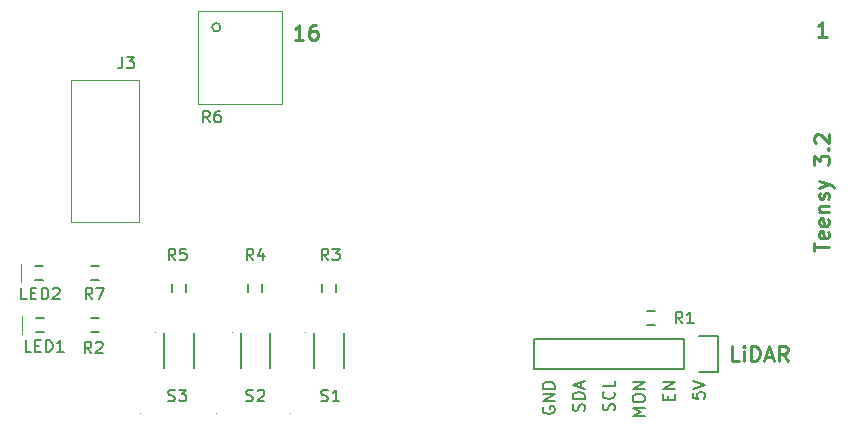
<source format=gto>
G04 #@! TF.FileFunction,Legend,Top*
%FSLAX46Y46*%
G04 Gerber Fmt 4.6, Leading zero omitted, Abs format (unit mm)*
G04 Created by KiCad (PCBNEW 4.0.1-3.201512221402+6198~38~ubuntu14.04.1-stable) date Sat 13 Aug 2016 05:43:18 PM PDT*
%MOMM*%
G01*
G04 APERTURE LIST*
%ADD10C,0.100000*%
%ADD11C,0.254000*%
%ADD12C,0.203200*%
%ADD13C,0.150000*%
%ADD14C,0.050000*%
%ADD15C,0.101600*%
%ADD16C,0.200000*%
G04 APERTURE END LIST*
D10*
D11*
X128282095Y-100650524D02*
X127556381Y-100650524D01*
X127919238Y-100650524D02*
X127919238Y-99380524D01*
X127798286Y-99561952D01*
X127677333Y-99682905D01*
X127556381Y-99743381D01*
X129370667Y-99380524D02*
X129128762Y-99380524D01*
X129007810Y-99441000D01*
X128947333Y-99501476D01*
X128826381Y-99682905D01*
X128765905Y-99924810D01*
X128765905Y-100408619D01*
X128826381Y-100529571D01*
X128886857Y-100590048D01*
X129007810Y-100650524D01*
X129249714Y-100650524D01*
X129370667Y-100590048D01*
X129431143Y-100529571D01*
X129491619Y-100408619D01*
X129491619Y-100106238D01*
X129431143Y-99985286D01*
X129370667Y-99924810D01*
X129249714Y-99864333D01*
X129007810Y-99864333D01*
X128886857Y-99924810D01*
X128826381Y-99985286D01*
X128765905Y-100106238D01*
X172574857Y-100396524D02*
X171849143Y-100396524D01*
X172212000Y-100396524D02*
X172212000Y-99126524D01*
X172091048Y-99307952D01*
X171970095Y-99428905D01*
X171849143Y-99489381D01*
X171516524Y-118557524D02*
X171516524Y-117831809D01*
X172786524Y-118194666D02*
X171516524Y-118194666D01*
X172726048Y-116924667D02*
X172786524Y-117045619D01*
X172786524Y-117287524D01*
X172726048Y-117408476D01*
X172605095Y-117468952D01*
X172121286Y-117468952D01*
X172000333Y-117408476D01*
X171939857Y-117287524D01*
X171939857Y-117045619D01*
X172000333Y-116924667D01*
X172121286Y-116864190D01*
X172242238Y-116864190D01*
X172363190Y-117468952D01*
X172726048Y-115836096D02*
X172786524Y-115957048D01*
X172786524Y-116198953D01*
X172726048Y-116319905D01*
X172605095Y-116380381D01*
X172121286Y-116380381D01*
X172000333Y-116319905D01*
X171939857Y-116198953D01*
X171939857Y-115957048D01*
X172000333Y-115836096D01*
X172121286Y-115775619D01*
X172242238Y-115775619D01*
X172363190Y-116380381D01*
X171939857Y-115231334D02*
X172786524Y-115231334D01*
X172060810Y-115231334D02*
X172000333Y-115170858D01*
X171939857Y-115049905D01*
X171939857Y-114868477D01*
X172000333Y-114747525D01*
X172121286Y-114687048D01*
X172786524Y-114687048D01*
X172726048Y-114142762D02*
X172786524Y-114021810D01*
X172786524Y-113779905D01*
X172726048Y-113658953D01*
X172605095Y-113598477D01*
X172544619Y-113598477D01*
X172423667Y-113658953D01*
X172363190Y-113779905D01*
X172363190Y-113961334D01*
X172302714Y-114082286D01*
X172181762Y-114142762D01*
X172121286Y-114142762D01*
X172000333Y-114082286D01*
X171939857Y-113961334D01*
X171939857Y-113779905D01*
X172000333Y-113658953D01*
X171939857Y-113175143D02*
X172786524Y-112872762D01*
X171939857Y-112570382D02*
X172786524Y-112872762D01*
X173088905Y-112993715D01*
X173149381Y-113054191D01*
X173209857Y-113175143D01*
X171516524Y-111239905D02*
X171516524Y-110453715D01*
X172000333Y-110877048D01*
X172000333Y-110695620D01*
X172060810Y-110574667D01*
X172121286Y-110514191D01*
X172242238Y-110453715D01*
X172544619Y-110453715D01*
X172665571Y-110514191D01*
X172726048Y-110574667D01*
X172786524Y-110695620D01*
X172786524Y-111058477D01*
X172726048Y-111179429D01*
X172665571Y-111239905D01*
X172665571Y-109909429D02*
X172726048Y-109848953D01*
X172786524Y-109909429D01*
X172726048Y-109969905D01*
X172665571Y-109909429D01*
X172786524Y-109909429D01*
X171637476Y-109365143D02*
X171577000Y-109304667D01*
X171516524Y-109183715D01*
X171516524Y-108881334D01*
X171577000Y-108760381D01*
X171637476Y-108699905D01*
X171758429Y-108639429D01*
X171879381Y-108639429D01*
X172060810Y-108699905D01*
X172786524Y-109425619D01*
X172786524Y-108639429D01*
X165154429Y-127828524D02*
X164549667Y-127828524D01*
X164549667Y-126558524D01*
X165577762Y-127828524D02*
X165577762Y-126981857D01*
X165577762Y-126558524D02*
X165517286Y-126619000D01*
X165577762Y-126679476D01*
X165638238Y-126619000D01*
X165577762Y-126558524D01*
X165577762Y-126679476D01*
X166182524Y-127828524D02*
X166182524Y-126558524D01*
X166484905Y-126558524D01*
X166666333Y-126619000D01*
X166787286Y-126739952D01*
X166847762Y-126860905D01*
X166908238Y-127102810D01*
X166908238Y-127284238D01*
X166847762Y-127526143D01*
X166787286Y-127647095D01*
X166666333Y-127768048D01*
X166484905Y-127828524D01*
X166182524Y-127828524D01*
X167392048Y-127465667D02*
X167996810Y-127465667D01*
X167271095Y-127828524D02*
X167694429Y-126558524D01*
X168117762Y-127828524D01*
X169266809Y-127828524D02*
X168843476Y-127223762D01*
X168541095Y-127828524D02*
X168541095Y-126558524D01*
X169024904Y-126558524D01*
X169145857Y-126619000D01*
X169206333Y-126679476D01*
X169266809Y-126800429D01*
X169266809Y-126981857D01*
X169206333Y-127102810D01*
X169145857Y-127163286D01*
X169024904Y-127223762D01*
X168541095Y-127223762D01*
D12*
X148590000Y-131741333D02*
X148541619Y-131838095D01*
X148541619Y-131983238D01*
X148590000Y-132128380D01*
X148686762Y-132225142D01*
X148783524Y-132273523D01*
X148977048Y-132321904D01*
X149122190Y-132321904D01*
X149315714Y-132273523D01*
X149412476Y-132225142D01*
X149509238Y-132128380D01*
X149557619Y-131983238D01*
X149557619Y-131886476D01*
X149509238Y-131741333D01*
X149460857Y-131692952D01*
X149122190Y-131692952D01*
X149122190Y-131886476D01*
X149557619Y-131257523D02*
X148541619Y-131257523D01*
X149557619Y-130676952D01*
X148541619Y-130676952D01*
X149557619Y-130193142D02*
X148541619Y-130193142D01*
X148541619Y-129951237D01*
X148590000Y-129806095D01*
X148686762Y-129709333D01*
X148783524Y-129660952D01*
X148977048Y-129612571D01*
X149122190Y-129612571D01*
X149315714Y-129660952D01*
X149412476Y-129709333D01*
X149509238Y-129806095D01*
X149557619Y-129951237D01*
X149557619Y-130193142D01*
X152049238Y-132079999D02*
X152097619Y-131934856D01*
X152097619Y-131692952D01*
X152049238Y-131596190D01*
X152000857Y-131547809D01*
X151904095Y-131499428D01*
X151807333Y-131499428D01*
X151710571Y-131547809D01*
X151662190Y-131596190D01*
X151613810Y-131692952D01*
X151565429Y-131886475D01*
X151517048Y-131983237D01*
X151468667Y-132031618D01*
X151371905Y-132079999D01*
X151275143Y-132079999D01*
X151178381Y-132031618D01*
X151130000Y-131983237D01*
X151081619Y-131886475D01*
X151081619Y-131644571D01*
X151130000Y-131499428D01*
X152097619Y-131063999D02*
X151081619Y-131063999D01*
X151081619Y-130822094D01*
X151130000Y-130676952D01*
X151226762Y-130580190D01*
X151323524Y-130531809D01*
X151517048Y-130483428D01*
X151662190Y-130483428D01*
X151855714Y-130531809D01*
X151952476Y-130580190D01*
X152049238Y-130676952D01*
X152097619Y-130822094D01*
X152097619Y-131063999D01*
X151807333Y-130096380D02*
X151807333Y-129612571D01*
X152097619Y-130193142D02*
X151081619Y-129854475D01*
X152097619Y-129515809D01*
X154589238Y-132031618D02*
X154637619Y-131886475D01*
X154637619Y-131644571D01*
X154589238Y-131547809D01*
X154540857Y-131499428D01*
X154444095Y-131451047D01*
X154347333Y-131451047D01*
X154250571Y-131499428D01*
X154202190Y-131547809D01*
X154153810Y-131644571D01*
X154105429Y-131838094D01*
X154057048Y-131934856D01*
X154008667Y-131983237D01*
X153911905Y-132031618D01*
X153815143Y-132031618D01*
X153718381Y-131983237D01*
X153670000Y-131934856D01*
X153621619Y-131838094D01*
X153621619Y-131596190D01*
X153670000Y-131451047D01*
X154540857Y-130435047D02*
X154589238Y-130483428D01*
X154637619Y-130628571D01*
X154637619Y-130725333D01*
X154589238Y-130870475D01*
X154492476Y-130967237D01*
X154395714Y-131015618D01*
X154202190Y-131063999D01*
X154057048Y-131063999D01*
X153863524Y-131015618D01*
X153766762Y-130967237D01*
X153670000Y-130870475D01*
X153621619Y-130725333D01*
X153621619Y-130628571D01*
X153670000Y-130483428D01*
X153718381Y-130435047D01*
X154637619Y-129515809D02*
X154637619Y-129999618D01*
X153621619Y-129999618D01*
X157177619Y-132467047D02*
X156161619Y-132467047D01*
X156887333Y-132128381D01*
X156161619Y-131789714D01*
X157177619Y-131789714D01*
X156161619Y-131112380D02*
X156161619Y-130918857D01*
X156210000Y-130822095D01*
X156306762Y-130725333D01*
X156500286Y-130676952D01*
X156838952Y-130676952D01*
X157032476Y-130725333D01*
X157129238Y-130822095D01*
X157177619Y-130918857D01*
X157177619Y-131112380D01*
X157129238Y-131209142D01*
X157032476Y-131305904D01*
X156838952Y-131354285D01*
X156500286Y-131354285D01*
X156306762Y-131305904D01*
X156210000Y-131209142D01*
X156161619Y-131112380D01*
X157177619Y-130241523D02*
X156161619Y-130241523D01*
X157177619Y-129660952D01*
X156161619Y-129660952D01*
X159185429Y-131160761D02*
X159185429Y-130822095D01*
X159717619Y-130676952D02*
X159717619Y-131160761D01*
X158701619Y-131160761D01*
X158701619Y-130676952D01*
X159717619Y-130241523D02*
X158701619Y-130241523D01*
X159717619Y-129660952D01*
X158701619Y-129660952D01*
X161241619Y-130531809D02*
X161241619Y-131015618D01*
X161725429Y-131063999D01*
X161677048Y-131015618D01*
X161628667Y-130918856D01*
X161628667Y-130676952D01*
X161677048Y-130580190D01*
X161725429Y-130531809D01*
X161822190Y-130483428D01*
X162064095Y-130483428D01*
X162160857Y-130531809D01*
X162209238Y-130580190D01*
X162257619Y-130676952D01*
X162257619Y-130918856D01*
X162209238Y-131015618D01*
X162160857Y-131063999D01*
X161241619Y-130193142D02*
X162257619Y-129854475D01*
X161241619Y-129515809D01*
D13*
X160528000Y-128524000D02*
X147828000Y-128524000D01*
X147828000Y-128524000D02*
X147828000Y-125984000D01*
X147828000Y-125984000D02*
X160528000Y-125984000D01*
X163348000Y-128804000D02*
X161798000Y-128804000D01*
X160528000Y-128524000D02*
X160528000Y-125984000D01*
X161798000Y-125704000D02*
X163348000Y-125704000D01*
X163348000Y-125704000D02*
X163348000Y-128804000D01*
D14*
X104453666Y-125590528D02*
X104453666Y-124066528D01*
D13*
X105627666Y-124228528D02*
X106327666Y-124228528D01*
X106327666Y-125428528D02*
X105627666Y-125428528D01*
D14*
X104394000Y-121145528D02*
X104394000Y-119621528D01*
D13*
X105568000Y-119783528D02*
X106268000Y-119783528D01*
X106268000Y-120983528D02*
X105568000Y-120983528D01*
X157372000Y-123606000D02*
X158072000Y-123606000D01*
X158072000Y-124806000D02*
X157372000Y-124806000D01*
X111002666Y-125428528D02*
X110302666Y-125428528D01*
X110302666Y-124228528D02*
X111002666Y-124228528D01*
X131029000Y-121304000D02*
X131029000Y-122004000D01*
X129829000Y-122004000D02*
X129829000Y-121304000D01*
X124806000Y-121328000D02*
X124806000Y-122028000D01*
X123606000Y-122028000D02*
X123606000Y-121328000D01*
X118329000Y-121304000D02*
X118329000Y-122004000D01*
X117129000Y-122004000D02*
X117129000Y-121304000D01*
D15*
X126492000Y-98425000D02*
X126492000Y-98171000D01*
X126492000Y-106045000D02*
X126492000Y-98425000D01*
X119380000Y-106045000D02*
X126492000Y-106045000D01*
X119380000Y-98171000D02*
X119380000Y-106045000D01*
X126492000Y-98171000D02*
X119380000Y-98171000D01*
D16*
X121263210Y-99589790D02*
G75*
G03X121263210Y-99589790I-359210J0D01*
G01*
D13*
X111002666Y-120983528D02*
X110302666Y-120983528D01*
X110302666Y-119783528D02*
X111002666Y-119783528D01*
X129179000Y-125455680D02*
X129179000Y-128455680D01*
X131679000Y-125455680D02*
X131679000Y-128455680D01*
D10*
X128429000Y-125349000D02*
X128429000Y-125349000D01*
X127115820Y-132271020D02*
X127115820Y-132271020D01*
D13*
X122956000Y-125455680D02*
X122956000Y-128455680D01*
X125456000Y-125455680D02*
X125456000Y-128455680D01*
D10*
X122206000Y-125349000D02*
X122206000Y-125349000D01*
X120892820Y-132271020D02*
X120892820Y-132271020D01*
D13*
X116479000Y-125455680D02*
X116479000Y-128455680D01*
X118979000Y-125455680D02*
X118979000Y-128455680D01*
D10*
X115729000Y-125349000D02*
X115729000Y-125349000D01*
X114415820Y-132271020D02*
X114415820Y-132271020D01*
D14*
X114353500Y-104048500D02*
X114353500Y-116048500D01*
X108603500Y-104048500D02*
X114353500Y-104048500D01*
X108603500Y-116048500D02*
X108603500Y-104048500D01*
X114353500Y-116048500D02*
X108603500Y-116048500D01*
D13*
X105227619Y-127058909D02*
X104751428Y-127058909D01*
X104751428Y-126058909D01*
X105560952Y-126535099D02*
X105894286Y-126535099D01*
X106037143Y-127058909D02*
X105560952Y-127058909D01*
X105560952Y-126058909D01*
X106037143Y-126058909D01*
X106465714Y-127058909D02*
X106465714Y-126058909D01*
X106703809Y-126058909D01*
X106846667Y-126106528D01*
X106941905Y-126201766D01*
X106989524Y-126297004D01*
X107037143Y-126487480D01*
X107037143Y-126630338D01*
X106989524Y-126820814D01*
X106941905Y-126916052D01*
X106846667Y-127011290D01*
X106703809Y-127058909D01*
X106465714Y-127058909D01*
X107989524Y-127058909D02*
X107418095Y-127058909D01*
X107703809Y-127058909D02*
X107703809Y-126058909D01*
X107608571Y-126201766D01*
X107513333Y-126297004D01*
X107418095Y-126344623D01*
X104868953Y-122626381D02*
X104392762Y-122626381D01*
X104392762Y-121626381D01*
X105202286Y-122102571D02*
X105535620Y-122102571D01*
X105678477Y-122626381D02*
X105202286Y-122626381D01*
X105202286Y-121626381D01*
X105678477Y-121626381D01*
X106107048Y-122626381D02*
X106107048Y-121626381D01*
X106345143Y-121626381D01*
X106488001Y-121674000D01*
X106583239Y-121769238D01*
X106630858Y-121864476D01*
X106678477Y-122054952D01*
X106678477Y-122197810D01*
X106630858Y-122388286D01*
X106583239Y-122483524D01*
X106488001Y-122578762D01*
X106345143Y-122626381D01*
X106107048Y-122626381D01*
X107059429Y-121721619D02*
X107107048Y-121674000D01*
X107202286Y-121626381D01*
X107440382Y-121626381D01*
X107535620Y-121674000D01*
X107583239Y-121721619D01*
X107630858Y-121816857D01*
X107630858Y-121912095D01*
X107583239Y-122054952D01*
X107011810Y-122626381D01*
X107630858Y-122626381D01*
X160361334Y-124658381D02*
X160028000Y-124182190D01*
X159789905Y-124658381D02*
X159789905Y-123658381D01*
X160170858Y-123658381D01*
X160266096Y-123706000D01*
X160313715Y-123753619D01*
X160361334Y-123848857D01*
X160361334Y-123991714D01*
X160313715Y-124086952D01*
X160266096Y-124134571D01*
X160170858Y-124182190D01*
X159789905Y-124182190D01*
X161313715Y-124658381D02*
X160742286Y-124658381D01*
X161028000Y-124658381D02*
X161028000Y-123658381D01*
X160932762Y-123801238D01*
X160837524Y-123896476D01*
X160742286Y-123944095D01*
X110323334Y-127198381D02*
X109990000Y-126722190D01*
X109751905Y-127198381D02*
X109751905Y-126198381D01*
X110132858Y-126198381D01*
X110228096Y-126246000D01*
X110275715Y-126293619D01*
X110323334Y-126388857D01*
X110323334Y-126531714D01*
X110275715Y-126626952D01*
X110228096Y-126674571D01*
X110132858Y-126722190D01*
X109751905Y-126722190D01*
X110704286Y-126293619D02*
X110751905Y-126246000D01*
X110847143Y-126198381D01*
X111085239Y-126198381D01*
X111180477Y-126246000D01*
X111228096Y-126293619D01*
X111275715Y-126388857D01*
X111275715Y-126484095D01*
X111228096Y-126626952D01*
X110656667Y-127198381D01*
X111275715Y-127198381D01*
X130389334Y-119324381D02*
X130056000Y-118848190D01*
X129817905Y-119324381D02*
X129817905Y-118324381D01*
X130198858Y-118324381D01*
X130294096Y-118372000D01*
X130341715Y-118419619D01*
X130389334Y-118514857D01*
X130389334Y-118657714D01*
X130341715Y-118752952D01*
X130294096Y-118800571D01*
X130198858Y-118848190D01*
X129817905Y-118848190D01*
X130722667Y-118324381D02*
X131341715Y-118324381D01*
X131008381Y-118705333D01*
X131151239Y-118705333D01*
X131246477Y-118752952D01*
X131294096Y-118800571D01*
X131341715Y-118895810D01*
X131341715Y-119133905D01*
X131294096Y-119229143D01*
X131246477Y-119276762D01*
X131151239Y-119324381D01*
X130865524Y-119324381D01*
X130770286Y-119276762D01*
X130722667Y-119229143D01*
X124039334Y-119324381D02*
X123706000Y-118848190D01*
X123467905Y-119324381D02*
X123467905Y-118324381D01*
X123848858Y-118324381D01*
X123944096Y-118372000D01*
X123991715Y-118419619D01*
X124039334Y-118514857D01*
X124039334Y-118657714D01*
X123991715Y-118752952D01*
X123944096Y-118800571D01*
X123848858Y-118848190D01*
X123467905Y-118848190D01*
X124896477Y-118657714D02*
X124896477Y-119324381D01*
X124658381Y-118276762D02*
X124420286Y-118991048D01*
X125039334Y-118991048D01*
X117435334Y-119324381D02*
X117102000Y-118848190D01*
X116863905Y-119324381D02*
X116863905Y-118324381D01*
X117244858Y-118324381D01*
X117340096Y-118372000D01*
X117387715Y-118419619D01*
X117435334Y-118514857D01*
X117435334Y-118657714D01*
X117387715Y-118752952D01*
X117340096Y-118800571D01*
X117244858Y-118848190D01*
X116863905Y-118848190D01*
X118340096Y-118324381D02*
X117863905Y-118324381D01*
X117816286Y-118800571D01*
X117863905Y-118752952D01*
X117959143Y-118705333D01*
X118197239Y-118705333D01*
X118292477Y-118752952D01*
X118340096Y-118800571D01*
X118387715Y-118895810D01*
X118387715Y-119133905D01*
X118340096Y-119229143D01*
X118292477Y-119276762D01*
X118197239Y-119324381D01*
X117959143Y-119324381D01*
X117863905Y-119276762D01*
X117816286Y-119229143D01*
X120356334Y-107640381D02*
X120023000Y-107164190D01*
X119784905Y-107640381D02*
X119784905Y-106640381D01*
X120165858Y-106640381D01*
X120261096Y-106688000D01*
X120308715Y-106735619D01*
X120356334Y-106830857D01*
X120356334Y-106973714D01*
X120308715Y-107068952D01*
X120261096Y-107116571D01*
X120165858Y-107164190D01*
X119784905Y-107164190D01*
X121213477Y-106640381D02*
X121023000Y-106640381D01*
X120927762Y-106688000D01*
X120880143Y-106735619D01*
X120784905Y-106878476D01*
X120737286Y-107068952D01*
X120737286Y-107449905D01*
X120784905Y-107545143D01*
X120832524Y-107592762D01*
X120927762Y-107640381D01*
X121118239Y-107640381D01*
X121213477Y-107592762D01*
X121261096Y-107545143D01*
X121308715Y-107449905D01*
X121308715Y-107211810D01*
X121261096Y-107116571D01*
X121213477Y-107068952D01*
X121118239Y-107021333D01*
X120927762Y-107021333D01*
X120832524Y-107068952D01*
X120784905Y-107116571D01*
X120737286Y-107211810D01*
X110416000Y-122626381D02*
X110082666Y-122150190D01*
X109844571Y-122626381D02*
X109844571Y-121626381D01*
X110225524Y-121626381D01*
X110320762Y-121674000D01*
X110368381Y-121721619D01*
X110416000Y-121816857D01*
X110416000Y-121959714D01*
X110368381Y-122054952D01*
X110320762Y-122102571D01*
X110225524Y-122150190D01*
X109844571Y-122150190D01*
X110749333Y-121626381D02*
X111416000Y-121626381D01*
X110987428Y-122626381D01*
X129794095Y-131214762D02*
X129936952Y-131262381D01*
X130175048Y-131262381D01*
X130270286Y-131214762D01*
X130317905Y-131167143D01*
X130365524Y-131071905D01*
X130365524Y-130976667D01*
X130317905Y-130881429D01*
X130270286Y-130833810D01*
X130175048Y-130786190D01*
X129984571Y-130738571D01*
X129889333Y-130690952D01*
X129841714Y-130643333D01*
X129794095Y-130548095D01*
X129794095Y-130452857D01*
X129841714Y-130357619D01*
X129889333Y-130310000D01*
X129984571Y-130262381D01*
X130222667Y-130262381D01*
X130365524Y-130310000D01*
X131317905Y-131262381D02*
X130746476Y-131262381D01*
X131032190Y-131262381D02*
X131032190Y-130262381D01*
X130936952Y-130405238D01*
X130841714Y-130500476D01*
X130746476Y-130548095D01*
X123444095Y-131214762D02*
X123586952Y-131262381D01*
X123825048Y-131262381D01*
X123920286Y-131214762D01*
X123967905Y-131167143D01*
X124015524Y-131071905D01*
X124015524Y-130976667D01*
X123967905Y-130881429D01*
X123920286Y-130833810D01*
X123825048Y-130786190D01*
X123634571Y-130738571D01*
X123539333Y-130690952D01*
X123491714Y-130643333D01*
X123444095Y-130548095D01*
X123444095Y-130452857D01*
X123491714Y-130357619D01*
X123539333Y-130310000D01*
X123634571Y-130262381D01*
X123872667Y-130262381D01*
X124015524Y-130310000D01*
X124396476Y-130357619D02*
X124444095Y-130310000D01*
X124539333Y-130262381D01*
X124777429Y-130262381D01*
X124872667Y-130310000D01*
X124920286Y-130357619D01*
X124967905Y-130452857D01*
X124967905Y-130548095D01*
X124920286Y-130690952D01*
X124348857Y-131262381D01*
X124967905Y-131262381D01*
X116840095Y-131214762D02*
X116982952Y-131262381D01*
X117221048Y-131262381D01*
X117316286Y-131214762D01*
X117363905Y-131167143D01*
X117411524Y-131071905D01*
X117411524Y-130976667D01*
X117363905Y-130881429D01*
X117316286Y-130833810D01*
X117221048Y-130786190D01*
X117030571Y-130738571D01*
X116935333Y-130690952D01*
X116887714Y-130643333D01*
X116840095Y-130548095D01*
X116840095Y-130452857D01*
X116887714Y-130357619D01*
X116935333Y-130310000D01*
X117030571Y-130262381D01*
X117268667Y-130262381D01*
X117411524Y-130310000D01*
X117744857Y-130262381D02*
X118363905Y-130262381D01*
X118030571Y-130643333D01*
X118173429Y-130643333D01*
X118268667Y-130690952D01*
X118316286Y-130738571D01*
X118363905Y-130833810D01*
X118363905Y-131071905D01*
X118316286Y-131167143D01*
X118268667Y-131214762D01*
X118173429Y-131262381D01*
X117887714Y-131262381D01*
X117792476Y-131214762D01*
X117744857Y-131167143D01*
X112950667Y-102068381D02*
X112950667Y-102782667D01*
X112903047Y-102925524D01*
X112807809Y-103020762D01*
X112664952Y-103068381D01*
X112569714Y-103068381D01*
X113331619Y-102068381D02*
X113950667Y-102068381D01*
X113617333Y-102449333D01*
X113760191Y-102449333D01*
X113855429Y-102496952D01*
X113903048Y-102544571D01*
X113950667Y-102639810D01*
X113950667Y-102877905D01*
X113903048Y-102973143D01*
X113855429Y-103020762D01*
X113760191Y-103068381D01*
X113474476Y-103068381D01*
X113379238Y-103020762D01*
X113331619Y-102973143D01*
M02*

</source>
